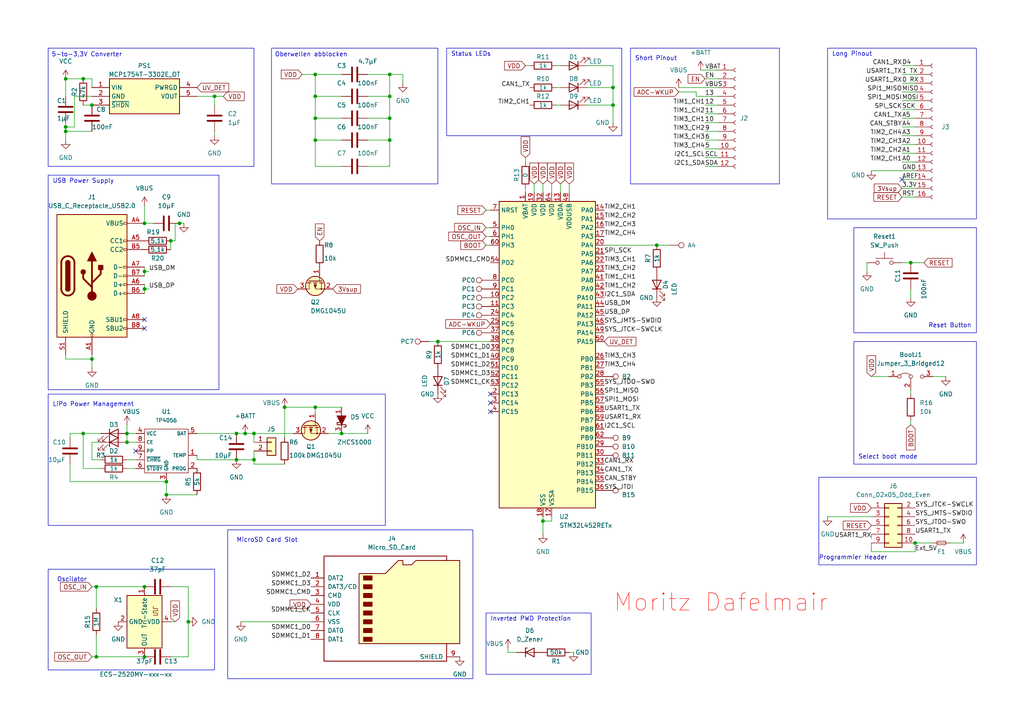
<source format=kicad_sch>
(kicad_sch (version 20231120) (generator "eeschema") (generator_version "8.0")
  (paper "A4")
  (title_block (title "STM32L452 Feather Board + SD Card w/o BAT") (date "2023-12-17") (rev "v.1.2") (company "Sailing Team Darmstadt e.V."))
  (junction (at 48.26 139.7))
  (junction (at 26.67 104.14))
  (junction (at 41.91 83.82))
  (junction (at 113.03 40.64))
  (junction (at 36.83 125.73))
  (junction (at 54.61 180.34))
  (junction (at 26.67 30.48))
  (junction (at 113.03 34.29))
  (junction (at 27.94 190.5))
  (junction (at 41.91 190.5))
  (junction (at 73.66 133.35))
  (junction (at 71.12 125.73))
  (junction (at 190.5 71.12))
  (junction (at 264.16 76.2))
  (junction (at 24.13 22.86))
  (junction (at 91.44 34.29))
  (junction (at 265.43 157.48))
  (junction (at 27.94 170.18))
  (junction (at 68.58 133.35))
  (junction (at 41.91 64.77))
  (junction (at 157.48 151.13))
  (junction (at 19.05 22.86))
  (junction (at 99.06 125.73))
  (junction (at 49.53 69.85))
  (junction (at 19.05 38.1))
  (junction (at 62.23 27.94))
  (junction (at 73.66 125.73))
  (junction (at 91.44 21.59))
  (junction (at 177.8 25.4))
  (junction (at 24.13 125.73))
  (junction (at 48.26 143.51))
  (junction (at 113.03 21.59))
  (junction (at 19.05 36.83))
  (junction (at 68.58 125.73))
  (junction (at 113.03 27.94))
  (junction (at 82.55 118.11))
  (junction (at 41.91 78.74))
  (junction (at 91.44 40.64))
  (junction (at 91.44 118.11))
  (junction (at 36.83 128.27))
  (junction (at 52.07 64.77))
  (junction (at 41.91 170.18))
  (junction (at 177.8 30.48))
  (junction (at 127 99.06))
  (junction (at 91.44 27.94))
  (no_connect (at 142.24 116.84))
  (no_connect (at 142.24 119.38))
  (no_connect (at 142.24 114.3))
  (no_connect (at 39.37 130.81))
  (no_connect (at 41.91 95.25))
  (no_connect (at 41.91 92.71))
  (no_connect (at 261.62 52.07))
  (wire (pts (xy 54.61 170.18) (xy 49.53 170.18)))
  (wire (pts (xy 124.46 99.06) (xy 127 99.06)))
  (wire (pts (xy 73.66 125.73) (xy 85.09 125.73)))
  (wire (pts (xy 113.03 27.94) (xy 113.03 34.29)))
  (wire (pts (xy 140.97 60.96) (xy 142.24 60.96)))
  (wire (pts (xy 26.67 102.87) (xy 26.67 104.14)))
  (wire (pts (xy 204.47 43.18) (xy 208.28 43.18)))
  (wire (pts (xy 170.18 30.48) (xy 177.8 30.48)))
  (wire (pts (xy 91.44 27.94) (xy 91.44 34.29)))
  (wire (pts (xy 261.62 44.45) (xy 265.43 44.45)))
  (wire (pts (xy 177.8 19.05) (xy 177.8 25.4)))
  (wire (pts (xy 52.07 64.77) (xy 53.34 64.77)))
  (wire (pts (xy 91.44 40.64) (xy 99.06 40.64)))
  (wire (pts (xy 57.15 133.35) (xy 57.15 132.08)))
  (wire (pts (xy 261.62 57.15) (xy 265.43 57.15)))
  (wire (pts (xy 261.62 24.13) (xy 265.43 24.13)))
  (wire (pts (xy 140.97 68.58) (xy 142.24 68.58)))
  (wire (pts (xy 82.55 134.62) (xy 73.66 134.62)))
  (wire (pts (xy 261.62 52.07) (xy 265.43 52.07)))
  (wire (pts (xy 204.47 48.26) (xy 208.28 48.26)))
  (wire (pts (xy 19.05 104.14) (xy 26.67 104.14)))
  (wire (pts (xy 161.29 30.48) (xy 162.56 30.48)))
  (wire (pts (xy 252.73 109.22) (xy 257.81 109.22)))
  (wire (pts (xy 261.62 31.75) (xy 265.43 31.75)))
  (wire (pts (xy 57.15 27.94) (xy 62.23 27.94)))
  (wire (pts (xy 175.26 71.12) (xy 190.5 71.12)))
  (wire (pts (xy 204.47 35.56) (xy 208.28 35.56)))
  (wire (pts (xy 91.44 21.59) (xy 99.06 21.59)))
  (wire (pts (xy 252.73 160.02) (xy 265.43 160.02)))
  (wire (pts (xy 57.15 125.73) (xy 68.58 125.73)))
  (wire (pts (xy 190.5 71.12) (xy 194.31 71.12)))
  (wire (pts (xy 27.94 190.5) (xy 41.91 190.5)))
  (wire (pts (xy 19.05 22.86) (xy 24.13 22.86)))
  (wire (pts (xy 160.02 53.34) (xy 160.02 55.88)))
  (wire (pts (xy 91.44 48.26) (xy 99.06 48.26)))
  (wire (pts (xy 49.53 190.5) (xy 54.61 190.5)))
  (wire (pts (xy 73.66 125.73) (xy 71.12 125.73)))
  (wire (pts (xy 20.32 139.7) (xy 48.26 139.7)))
  (wire (pts (xy 106.68 34.29) (xy 113.03 34.29)))
  (wire (pts (xy 264.16 76.2) (xy 267.97 76.2)))
  (wire (pts (xy 91.44 118.11) (xy 99.06 118.11)))
  (wire (pts (xy 149.86 189.23) (xy 147.32 189.23)))
  (wire (pts (xy 152.4 19.05) (xy 153.67 19.05)))
  (wire (pts (xy 73.66 134.62) (xy 73.66 133.35)))
  (wire (pts (xy 91.44 21.59) (xy 91.44 27.94)))
  (wire (pts (xy 26.67 190.5) (xy 27.94 190.5)))
  (wire (pts (xy 204.47 30.48) (xy 208.28 30.48)))
  (wire (pts (xy 26.67 133.35) (xy 29.21 133.35)))
  (wire (pts (xy 19.05 22.86) (xy 19.05 27.94)))
  (wire (pts (xy 71.12 125.73) (xy 68.58 125.73)))
  (wire (pts (xy 204.47 45.72) (xy 208.28 45.72)))
  (wire (pts (xy 157.48 149.86) (xy 157.48 151.13)))
  (wire (pts (xy 87.63 21.59) (xy 91.44 21.59)))
  (wire (pts (xy 161.29 19.05) (xy 162.56 19.05)))
  (wire (pts (xy 91.44 40.64) (xy 91.44 48.26)))
  (wire (pts (xy 41.91 59.69) (xy 41.91 64.77)))
  (wire (pts (xy 275.59 157.48) (xy 279.4 157.48)))
  (wire (pts (xy 157.48 53.34) (xy 157.48 55.88)))
  (wire (pts (xy 201.93 26.67) (xy 201.93 27.94)))
  (wire (pts (xy 264.16 113.03) (xy 264.16 114.3)))
  (wire (pts (xy 24.13 22.86) (xy 26.67 22.86)))
  (wire (pts (xy 49.53 180.34) (xy 50.8 180.34)))
  (wire (pts (xy 48.26 143.51) (xy 57.15 143.51)))
  (wire (pts (xy 91.44 27.94) (xy 99.06 27.94)))
  (wire (pts (xy 19.05 38.1) (xy 19.05 40.64)))
  (wire (pts (xy 165.1 53.34) (xy 165.1 55.88)))
  (wire (pts (xy 261.62 21.59) (xy 265.43 21.59)))
  (wire (pts (xy 113.03 27.94) (xy 106.68 27.94)))
  (wire (pts (xy 147.32 189.23) (xy 147.32 187.96)))
  (wire (pts (xy 36.83 135.89) (xy 39.37 135.89)))
  (wire (pts (xy 73.66 130.81) (xy 73.66 133.35)))
  (wire (pts (xy 41.91 78.74) (xy 41.91 77.47)))
  (wire (pts (xy 154.94 53.34) (xy 154.94 55.88)))
  (wire (pts (xy 99.06 125.73) (xy 106.68 125.73)))
  (wire (pts (xy 27.94 184.15) (xy 27.94 190.5)))
  (wire (pts (xy 41.91 83.82) (xy 41.91 85.09)))
  (wire (pts (xy 41.91 64.77) (xy 44.45 64.77)))
  (wire (pts (xy 196.85 25.4) (xy 208.28 25.4)))
  (wire (pts (xy 26.67 128.27) (xy 29.21 128.27)))
  (wire (pts (xy 62.23 27.94) (xy 64.77 27.94)))
  (wire (pts (xy 127 99.06) (xy 142.24 99.06)))
  (wire (pts (xy 24.13 125.73) (xy 20.32 125.73)))
  (wire (pts (xy 204.47 38.1) (xy 208.28 38.1)))
  (wire (pts (xy 54.61 180.34) (xy 54.61 170.18)))
  (wire (pts (xy 69.85 180.34) (xy 90.17 180.34)))
  (wire (pts (xy 24.13 125.73) (xy 24.13 135.89)))
  (wire (pts (xy 140.97 71.12) (xy 142.24 71.12)))
  (wire (pts (xy 113.03 21.59) (xy 116.84 21.59)))
  (wire (pts (xy 91.44 34.29) (xy 99.06 34.29)))
  (wire (pts (xy 20.32 125.73) (xy 20.32 127)))
  (wire (pts (xy 240.03 149.86) (xy 252.73 149.86)))
  (wire (pts (xy 91.44 118.11) (xy 91.44 119.38)))
  (wire (pts (xy 140.97 66.04) (xy 142.24 66.04)))
  (wire (pts (xy 252.73 156.21) (xy 252.73 154.94)))
  (wire (pts (xy 91.44 34.29) (xy 91.44 40.64)))
  (wire (pts (xy 26.67 27.94) (xy 21.59 27.94)))
  (wire (pts (xy 57.15 133.35) (xy 68.58 133.35)))
  (wire (pts (xy 261.62 26.67) (xy 265.43 26.67)))
  (wire (pts (xy 261.62 46.99) (xy 265.43 46.99)))
  (wire (pts (xy 49.53 69.85) (xy 50.8 69.85)))
  (wire (pts (xy 24.13 30.48) (xy 26.67 30.48)))
  (wire (pts (xy 27.94 170.18) (xy 41.91 170.18)))
  (wire (pts (xy 41.91 83.82) (xy 41.91 82.55)))
  (wire (pts (xy 82.55 127) (xy 82.55 118.11)))
  (wire (pts (xy 152.4 54.61) (xy 152.4 55.88)))
  (wire (pts (xy 165.1 189.23) (xy 166.37 189.23)))
  (wire (pts (xy 27.94 170.18) (xy 27.94 176.53)))
  (wire (pts (xy 41.91 78.74) (xy 41.91 80.01)))
  (wire (pts (xy 270.51 109.22) (xy 274.32 109.22)))
  (wire (pts (xy 177.8 30.48) (xy 177.8 35.56)))
  (wire (pts (xy 113.03 34.29) (xy 113.03 40.64)))
  (wire (pts (xy 261.62 41.91) (xy 265.43 41.91)))
  (wire (pts (xy 48.26 143.51) (xy 48.26 139.7)))
  (wire (pts (xy 160.02 151.13) (xy 157.48 151.13)))
  (wire (pts (xy 20.32 134.62) (xy 20.32 139.7)))
  (wire (pts (xy 261.62 76.2) (xy 264.16 76.2)))
  (wire (pts (xy 50.8 64.77) (xy 52.07 64.77)))
  (wire (pts (xy 261.62 36.83) (xy 265.43 36.83)))
  (wire (pts (xy 41.91 78.74) (xy 43.18 78.74)))
  (wire (pts (xy 62.23 38.1) (xy 62.23 39.37)))
  (wire (pts (xy 204.47 22.86) (xy 208.28 22.86)))
  (wire (pts (xy 36.83 128.27) (xy 39.37 128.27)))
  (wire (pts (xy 252.73 49.53) (xy 265.43 49.53)))
  (wire (pts (xy 106.68 40.64) (xy 113.03 40.64)))
  (wire (pts (xy 19.05 35.56) (xy 19.05 36.83)))
  (wire (pts (xy 170.18 25.4) (xy 177.8 25.4)))
  (wire (pts (xy 26.67 22.86) (xy 26.67 25.4)))
  (wire (pts (xy 161.29 25.4) (xy 162.56 25.4)))
  (wire (pts (xy 36.83 123.19) (xy 36.83 125.73)))
  (wire (pts (xy 265.43 157.48) (xy 265.43 160.02)))
  (wire (pts (xy 41.91 83.82) (xy 43.18 83.82)))
  (wire (pts (xy 265.43 54.61) (xy 261.62 54.61)))
  (wire (pts (xy 73.66 128.27) (xy 73.66 125.73)))
  (wire (pts (xy 24.13 135.89) (xy 29.21 135.89)))
  (wire (pts (xy 99.06 125.73) (xy 95.25 125.73)))
  (wire (pts (xy 54.61 180.34) (xy 54.61 190.5)))
  (wire (pts (xy 21.59 36.83) (xy 19.05 36.83)))
  (wire (pts (xy 252.73 157.48) (xy 252.73 160.02)))
  (wire (pts (xy 170.18 19.05) (xy 177.8 19.05)))
  (wire (pts (xy 19.05 36.83) (xy 19.05 38.1)))
  (wire (pts (xy 251.46 76.2) (xy 251.46 78.74)))
  (wire (pts (xy 26.67 104.14) (xy 26.67 106.68)))
  (wire (pts (xy 113.03 40.64) (xy 113.03 48.26)))
  (wire (pts (xy 261.62 39.37) (xy 265.43 39.37)))
  (wire (pts (xy 261.62 34.29) (xy 265.43 34.29)))
  (wire (pts (xy 113.03 21.59) (xy 113.03 27.94)))
  (wire (pts (xy 160.02 149.86) (xy 160.02 151.13)))
  (wire (pts (xy 36.83 133.35) (xy 39.37 133.35)))
  (wire (pts (xy 26.67 128.27) (xy 26.67 133.35)))
  (wire (pts (xy 26.67 170.18) (xy 27.94 170.18)))
  (wire (pts (xy 152.4 45.72) (xy 152.4 46.99)))
  (wire (pts (xy 19.05 38.1) (xy 26.67 38.1)))
  (wire (pts (xy 201.93 27.94) (xy 208.28 27.94)))
  (wire (pts (xy 265.43 157.48) (xy 270.51 157.48)))
  (wire (pts (xy 196.85 26.67) (xy 201.93 26.67)))
  (wire (pts (xy 264.16 83.82) (xy 264.16 86.36)))
  (wire (pts (xy 21.59 27.94) (xy 21.59 36.83)))
  (wire (pts (xy 264.16 121.92) (xy 264.16 123.19)))
  (wire (pts (xy 106.68 48.26) (xy 113.03 48.26)))
  (wire (pts (xy 49.53 69.85) (xy 49.53 72.39)))
  (wire (pts (xy 203.2 20.32) (xy 208.28 20.32)))
  (wire (pts (xy 62.23 27.94) (xy 62.23 30.48)))
  (wire (pts (xy 73.66 133.35) (xy 68.58 133.35)))
  (wire (pts (xy 177.8 25.4) (xy 177.8 30.48)))
  (wire (pts (xy 36.83 125.73) (xy 36.83 128.27)))
  (wire (pts (xy 106.68 21.59) (xy 113.03 21.59)))
  (wire (pts (xy 82.55 118.11) (xy 91.44 118.11)))
  (wire (pts (xy 39.37 125.73) (xy 36.83 125.73)))
  (wire (pts (xy 261.62 19.05) (xy 265.43 19.05)))
  (wire (pts (xy 50.8 69.85) (xy 50.8 64.77)))
  (wire (pts (xy 204.47 33.02) (xy 208.28 33.02)))
  (wire (pts (xy 29.21 125.73) (xy 24.13 125.73)))
  (wire (pts (xy 261.62 29.21) (xy 265.43 29.21)))
  (wire (pts (xy 19.05 102.87) (xy 19.05 104.14)))
  (wire (pts (xy 116.84 21.59) (xy 116.84 24.13)))
  (wire (pts (xy 157.48 151.13) (xy 157.48 154.94)))
  (wire (pts (xy 162.56 53.34) (xy 162.56 55.88)))
  (wire (pts (xy 204.47 40.64) (xy 208.28 40.64)))
  (rectangle (start 247.65 66.04) (end 283.21 96.52))
  (rectangle (start 13.97 50.8) (end 63.5 113.03))
  (rectangle (start 13.97 114.3) (end 111.76 152.4))
  (rectangle (start 140.97 177.8) (end 171.45 195.58))
  (rectangle (start 66.04 153.67) (end 137.16 196.85))
  (rectangle (start 13.97 165.1) (end 62.23 194.31))
  (rectangle (start 247.65 99.06) (end 283.21 134.62))
  (rectangle (start 182.88 13.97) (end 226.06 53.34))
  (rectangle (start 129.54 13.97) (end 180.34 39.37))
  (rectangle (start 237.49 138.43) (end 283.21 163.83))
  (rectangle (start 240.03 13.97) (end 283.21 63.5))
  (text_box "5-to-3,3V Converter\n" (at 13.97 13.97 0) (size 59.69 34.29) (effects (font (size 1.27 1.27)) (justify left top)))
  (text_box "Oberwellen abblocken\n" (at 78.74 13.97 0) (size 48.26 39.37) (effects (font (size 1.27 1.27)) (justify left top)))
  (text "Long Pinout" (at 241.3 16.51 0) (effects (font (size 1.27 1.27)) (justify left bottom)))
  (text "MicroSD Card Slot" (at 68.58 157.48 0) (effects (font (size 1.27 1.27)) (justify left bottom)))
  (text "Reset Button" (at 269.24 95.25 0) (effects (font (size 1.27 1.27)) (justify left bottom)))
  (text "USB Power Supply" (at 15.24 53.34 0) (effects (font (size 1.27 1.27)) (justify left bottom)))
  (text "Inverted PWD Protection" (at 142.24 180.34 0) (effects (font (size 1.27 1.27)) (justify left bottom)))
  (text "Status LEDs" (at 130.81 16.51 0) (effects (font (size 1.27 1.27)) (justify left bottom)))
  (text "Moritz Dafelmair" (at 177.8 177.8 0) (effects (font (size 5 5)) (justify left bottom)))
  (text "Short Pinout" (at 184.15 17.78 0) (effects (font (size 1.27 1.27)) (justify left bottom)))
  (text "Programmier Header" (at 237.49 162.56 0) (effects (font (size 1.27 1.27)) (justify left bottom)))
  (text "LiPo Power Management" (at 15.24 118.11 0) (effects (font (size 1.27 1.27)) (justify left bottom)))
  (text "Oscilator" (at 16.51 168.91 0) (effects (font (size 1.27 1.27)) (justify left bottom)))
  (text "Select boot mode" (at 248.92 133.35 0) (effects (font (size 1.27 1.27)) (justify left bottom)))
  (label "A5" (at 261.62 34.29 0))
  (label "TIM2_CH3" (at 175.26 66.04 0))
  (label "11" (at 204.47 33.02 0))
  (label "SYS_JTCK-SWCLK" (at 175.26 96.52 0))
  (label "TIM3_CH4" (at 175.26 106.68 0))
  (label "I2C1_SCL" (at 175.26 124.46 0))
  (label "SDMMC1_CMD" (at 142.24 76.2 180))
  (label "TIM2_CH2" (at 175.26 63.5 0))
  (label "CAN1_RX" (at 175.26 134.62 0))
  (label "SPI_SCK" (at 175.26 73.66 0))
  (label "SYS_JMTS-SWDIO" (at 175.26 93.98 0))
  (label "1 TX" (at 261.62 21.59 0))
  (label "TIM3_CH3" (at 175.26 104.14 0))
  (label "USB_DM" (at 175.26 88.9 0))
  (label "USART1_TX" (at 175.26 119.38 0))
  (label "USART1_RX" (at 252.73 156.21 180))
  (label "TIM1_CH2" (at 175.26 83.82 0))
  (label "SDMMC1_CK" (at 142.24 111.76 180))
  (label "TIM2_CH1" (at 261.62 46.99 180))
  (label "SCL" (at 204.47 45.72 0))
  (label "SYS_JTDI" (at 175.26 142.24 0))
  (label "TIM1_CH2" (at 204.47 33.02 180))
  (label "SPI_SCK" (at 261.62 31.75 180))
  (label "SDMMC1_D1" (at 142.24 104.14 180))
  (label "MOSI" (at 261.62 29.21 0))
  (label "SDMMC1_D2" (at 90.17 167.64 180))
  (label "TIM3_CH4" (at 204.47 43.18 180))
  (label "USB_DM" (at 43.18 78.74 0))
  (label "SDMMC1_D1" (at 90.17 185.42 180))
  (label "CAN1_RX" (at 261.62 19.05 180))
  (label "USB_DP" (at 175.26 91.44 0))
  (label "SPI1_MOSI" (at 175.26 116.84 0))
  (label "10" (at 204.47 35.56 0))
  (label "I2C1_SDA" (at 204.47 48.26 180))
  (label "CAN1_TX" (at 261.62 34.29 180))
  (label "12" (at 204.47 30.48 0))
  (label "TIM3_CH2" (at 204.47 38.1 180))
  (label "TIM2_CH2" (at 261.62 44.45 180))
  (label "5" (at 204.47 43.18 0))
  (label "0 RX" (at 261.62 24.13 0))
  (label "A4" (at 261.62 36.83 0))
  (label "I2C1_SCL" (at 204.47 45.72 180))
  (label "SDMMC1_CK" (at 90.17 177.8 180))
  (label "A0" (at 261.62 46.99 0))
  (label "CAN_STBY" (at 261.62 36.83 180))
  (label "USART1_RX" (at 261.62 24.13 180))
  (label "6" (at 204.47 40.64 0))
  (label "SDA" (at 204.47 48.26 0))
  (label "USART1_RX" (at 175.26 121.92 0))
  (label "VBAT" (at 204.47 20.32 0))
  (label "USART1_TX" (at 261.62 21.59 180))
  (label "CAN_STBY" (at 175.26 139.7 0))
  (label "TIM2_CH4" (at 261.62 39.37 180))
  (label "MISO" (at 261.62 26.67 0))
  (label "TIM1_CH1" (at 204.47 30.48 180))
  (label "SYS_JTDO-SWO" (at 175.26 111.76 0))
  (label "SCK" (at 261.62 31.75 0))
  (label "EN" (at 204.47 22.86 0))
  (label "TIM3_CH1" (at 204.47 35.56 180))
  (label "9" (at 204.47 38.1 0))
  (label "I2C1_SDA" (at 175.26 86.36 0))
  (label "SDMMC1_D0" (at 90.17 182.88 180))
  (label "CAN1_TX" (at 175.26 137.16 0))
  (label "CAN1_TX" (at 153.67 25.4 180))
  (label "SDMMC1_D0" (at 142.24 101.6 180))
  (label "SPI1_MISO" (at 175.26 114.3 0))
  (label "SDMMC1_D3" (at 142.24 109.22 180))
  (label "TIM3_CH2" (at 175.26 78.74 0))
  (label "VBUS" (at 204.47 25.4 0))
  (label "TIM1_CH1" (at 175.26 81.28 0))
  (label "TIM3_CH1" (at 175.26 76.2 0))
  (label "TIM2_CH3" (at 261.62 41.91 180))
  (label "3.3V" (at 261.62 54.61 0))
  (label "SYS_JTCK-SWCLK" (at 265.43 147.32 0))
  (label "A2" (at 261.62 41.91 0))
  (label "AREF" (at 261.62 52.07 0))
  (label "RST" (at 261.62 57.15 0))
  (label "TIM2_CH1" (at 153.67 30.48 180))
  (label "TIM2_CH4" (at 175.26 68.58 0))
  (label "SDMMC1_D2" (at 142.24 106.68 180))
  (label "SPI1_MOSI" (at 261.62 29.21 180))
  (label "USART1_TX" (at 265.43 154.94 0))
  (label "SPI1_MISO" (at 261.62 26.67 180))
  (label "SYS_JTDO-SWO" (at 265.43 152.4 0))
  (label "TIM3_CH3" (at 204.47 40.64 180))
  (label "13" (at 204.47 27.94 0))
  (label "USB_DP" (at 43.18 83.82 0))
  (label "A3" (at 261.62 39.37 0))
  (label "D4" (at 261.62 19.05 0))
  (label "SDMMC1_CMD" (at 90.17 172.72 180))
  (label "GND" (at 261.62 49.53 0))
  (label "TIM2_CH1" (at 175.26 60.96 0))
  (label "Ext_5V" (at 265.43 160.02 0))
  (label "SYS_JMTS-SWDIO" (at 265.43 149.86 0))
  (label "A1" (at 261.62 44.45 0))
  (label "SDMMC1_D3" (at 90.17 170.18 180))
  (global_label "VDD" (shape input) (at 165.1 53.34 90) (property "Intersheetrefs" "${INTERSHEET_REFS}" (effects (hide yes))))
  (global_label "OSC_OUT" (shape input) (at 140.97 68.58 180) (property "Intersheetrefs" "${INTERSHEET_REFS}" (effects (hide yes))))
  (global_label "VDD" (shape input) (at 50.8 180.34 90) (property "Intersheetrefs" "${INTERSHEET_REFS}" (effects (hide yes))))
  (global_label "UV_DET" (shape input) (at 57.15 25.4 0) (property "Intersheetrefs" "${INTERSHEET_REFS}" (effects (hide yes))))
  (global_label "VDD" (shape input) (at 252.73 109.22 90) (property "Intersheetrefs" "${INTERSHEET_REFS}" (effects (hide yes))))
  (global_label "UV_DET" (shape input) (at 175.26 99.06 0) (property "Intersheetrefs" "${INTERSHEET_REFS}" (effects (hide yes))))
  (global_label "OSC_IN" (shape input) (at 140.97 66.04 180) (property "Intersheetrefs" "${INTERSHEET_REFS}" (effects (hide yes))))
  (global_label "EN" (shape input) (at 204.47 22.86 180) (property "Intersheetrefs" "${INTERSHEET_REFS}" (effects (hide yes))))
  (global_label "EN" (shape input) (at 92.71 69.85 90) (property "Intersheetrefs" "${INTERSHEET_REFS}" (effects (hide yes))))
  (global_label "RESET" (shape input) (at 252.73 152.4 180) (property "Intersheetrefs" "${INTERSHEET_REFS}" (effects (hide yes))))
  (global_label "RESET" (shape input) (at 267.97 76.2 0) (property "Intersheetrefs" "${INTERSHEET_REFS}" (effects (hide yes))))
  (global_label "VDD" (shape input) (at 162.56 53.34 90) (property "Intersheetrefs" "${INTERSHEET_REFS}" (effects (hide yes))))
  (global_label "VDD" (shape input) (at 154.94 53.34 90) (property "Intersheetrefs" "${INTERSHEET_REFS}" (effects (hide yes))))
  (global_label "3Vsup" (shape input) (at 261.62 54.61 180) (property "Intersheetrefs" "${INTERSHEET_REFS}" (effects (hide yes))))
  (global_label "RESET" (shape input) (at 140.97 60.96 180) (property "Intersheetrefs" "${INTERSHEET_REFS}" (effects (hide yes))))
  (global_label "VDD" (shape input) (at 157.48 53.34 90) (property "Intersheetrefs" "${INTERSHEET_REFS}" (effects (hide yes))))
  (global_label "ADC-WKUP" (shape input) (at 142.24 93.98 180) (property "Intersheetrefs" "${INTERSHEET_REFS}" (effects (hide yes))))
  (global_label "BOOT" (shape input) (at 264.16 123.19 270) (property "Intersheetrefs" "${INTERSHEET_REFS}" (effects (hide yes))))
  (global_label "VDD" (shape input) (at 152.4 45.72 90) (property "Intersheetrefs" "${INTERSHEET_REFS}" (effects (hide yes))))
  (global_label "VDD" (shape input) (at 252.73 147.32 180) (property "Intersheetrefs" "${INTERSHEET_REFS}" (effects (hide yes))))
  (global_label "VDD" (shape input) (at 87.63 21.59 180) (property "Intersheetrefs" "${INTERSHEET_REFS}" (effects (hide yes))))
  (global_label "OSC_IN" (shape input) (at 26.67 170.18 180) (property "Intersheetrefs" "${INTERSHEET_REFS}" (effects (hide yes))))
  (global_label "BOOT" (shape input) (at 140.97 71.12 180) (property "Intersheetrefs" "${INTERSHEET_REFS}" (effects (hide yes))))
  (global_label "VDD" (shape input) (at 64.77 27.94 0) (property "Intersheetrefs" "${INTERSHEET_REFS}" (effects (hide yes))))
  (global_label "VDD" (shape input) (at 160.02 53.34 90) (property "Intersheetrefs" "${INTERSHEET_REFS}" (effects (hide yes))))
  (global_label "VDD" (shape input) (at 86.36 83.82 180) (property "Intersheetrefs" "${INTERSHEET_REFS}" (effects (hide yes))))
  (global_label "OSC_OUT" (shape input) (at 26.67 190.5 180) (property "Intersheetrefs" "${INTERSHEET_REFS}" (effects (hide yes))))
  (global_label "ADC-WKUP" (shape input) (at 196.85 26.67 180) (property "Intersheetrefs" "${INTERSHEET_REFS}" (effects (hide yes))))
  (global_label "VDD" (shape input) (at 152.4 19.05 180) (property "Intersheetrefs" "${INTERSHEET_REFS}" (effects (hide yes))))
  (global_label "VDD" (shape input) (at 90.17 175.26 180) (property "Intersheetrefs" "${INTERSHEET_REFS}" (effects (hide yes))))
  (global_label "RESET" (shape input) (at 261.62 57.15 180) (property "Intersheetrefs" "${INTERSHEET_REFS}" (effects (hide yes))))
  (global_label "3Vsup" (shape input) (at 96.52 83.82 0) (property "Intersheetrefs" "${INTERSHEET_REFS}" (effects (hide yes))))
  (symbol (lib_id "Connector:TestPoint") (at 175.26 142.24 270) (unit 1)
    (property "Reference" "B15" (at 180.34 143.51 90) (effects (justify left)))
    (property "Value" "TestPoint" (effects (hide yes)))
    (property "Footprint" "TestPoint:TestPoint_Pad_D1.0mm" (effects (hide yes)))
  )
  (symbol (lib_id "Connector:TestPoint") (at 142.24 91.44 90) (unit 1)
    (property "Reference" "PC4" (at 135.89 91.44 90))
    (property "Value" "TestPoint" (effects (hide yes)))
    (property "Footprint" "TestPoint:TestPoint_Pad_D1.0mm" (effects (hide yes)))
  )
  (symbol (lib_id "Device:LED") (at 190.5 82.55 90) (unit 1)
    (property "Reference" "D4" (at 193.04 82.55 0))
    (property "Value" "LED" (at 195.58 83.82 0))
    (property "Footprint" "LED_SMD:LED_0603_1608Metric_Pad1.05x0.95mm_HandSolder" (effects (hide yes)))
  )
  (symbol (lib_id "Device:C") (at 102.87 40.64 90) (unit 1)
    (property "Reference" "C6" (at 99.06 36.83 90))
    (property "Value" "100nF" (at 106.68 36.83 90))
    (property "Footprint" "Capacitor_SMD:C_0603_1608Metric_Pad1.08x0.95mm_HandSolder" (effects (hide yes)))
  )
  (symbol (lib_id "tp4056:TP4056") (at 41.91 137.16 0) (unit 1)
    (property "Reference" "U1" (at 48.26 119.38 0))
    (property "Value" "TP4056" (at 48.26 121.92 0) (effects (font (size 1.1 1.1))))
    (property "Footprint" "Package_SO:SOIC-8-1EP_3.9x4.9mm_P1.27mm_EP2.29x3mm" (effects (hide yes)))
  )
  (symbol (lib_id "Connector:Micro_SD_Card") (at 113.03 175.26 0) (unit 1)
    (property "Reference" "J4" (at 113.665 156.21 0))
    (property "Value" "Micro_SD_Card" (at 113.665 158.75 0))
    (property "Footprint" "Connector_Card:microSD_HC_Hirose_DM3D-SF" (effects (hide yes)))
    (property "Datasheet" "http://katalog.we-online.de/em/datasheet/693072010801.pdf" (effects (hide yes)))
  )
  (symbol (lib_id "power:GND") (at 177.8 35.56 0) (unit 1)
    (property "Reference" "#PWR023" (effects (hide yes)))
    (property "Value" "GND" (at 172.72 35.56 0) (effects (justify left)))
  )
  (symbol (lib_id "Device:R") (at 57.15 139.7 180) (unit 1)
    (property "Reference" "R5" (at 54.61 139.7 90))
    (property "Value" "5k" (at 57.15 139.7 90))
    (property "Footprint" "Resistor_SMD:R_0603_1608Metric_Pad0.98x0.95mm_HandSolder" (effects (hide yes)))
  )
  (symbol (lib_id "Device:LED") (at 166.37 19.05 180) (unit 1)
    (property "Reference" "D1" (at 166.37 16.51 0))
    (property "Value" "LED" (at 172.72 17.78 0))
    (property "Footprint" "LED_SMD:LED_0603_1608Metric_Pad1.05x0.95mm_HandSolder" (effects (hide yes)))
  )
  (symbol (lib_id "Connector:TestPoint") (at 142.24 83.82 90) (unit 1)
    (property "Reference" "PC1" (at 135.89 83.82 90))
    (property "Value" "TestPoint" (effects (hide yes)))
    (property "Footprint" "TestPoint:TestPoint_Pad_D1.0mm" (effects (hide yes)))
  )
  (symbol (lib_id "Connector:TestPoint") (at 142.24 81.28 90) (unit 1)
    (property "Reference" "PC0" (at 135.89 81.28 90))
    (property "Value" "TestPoint" (effects (hide yes)))
    (property "Footprint" "TestPoint:TestPoint_Pad_D1.0mm" (effects (hide yes)))
  )
  (symbol (lib_id "Device:R") (at 157.48 25.4 90) (unit 1)
    (property "Reference" "R10" (at 157.48 22.86 90))
    (property "Value" "1k" (at 157.48 25.4 90))
    (property "Footprint" "Resistor_SMD:R_0603_1608Metric_Pad0.98x0.95mm_HandSolder" (effects (hide yes)))
  )
  (symbol (lib_id "Connector:TestPoint") (at 175.26 129.54 270) (unit 1)
    (property "Reference" "B10" (at 180.34 129.54 90) (effects (justify left)))
    (property "Value" "TestPoint" (effects (hide yes)))
    (property "Footprint" "TestPoint:TestPoint_Pad_D1.0mm" (effects (hide yes)))
  )
  (symbol (lib_id "Device:R") (at 33.02 135.89 90) (unit 1)
    (property "Reference" "R4" (at 33.02 138.43 90))
    (property "Value" "1k" (at 33.02 135.89 90))
    (property "Footprint" "Resistor_SMD:R_0603_1608Metric_Pad0.98x0.95mm_HandSolder" (effects (hide yes)))
  )
  (symbol (lib_id "Connector:TestPoint") (at 175.26 132.08 270) (unit 1)
    (property "Reference" "B11" (at 180.34 132.08 90) (effects (justify left)))
    (property "Value" "TestPoint" (effects (hide yes)))
    (property "Footprint" "TestPoint:TestPoint_Pad_D1.0mm" (effects (hide yes)))
  )
  (symbol (lib_id "power:GND") (at 127 114.3 0) (unit 1)
    (property "Reference" "#PWR031" (effects (hide yes)))
    (property "Value" "GND" (at 121.92 114.3 0) (effects (justify left)))
  )
  (symbol (lib_id "power:+BATT") (at 203.2 20.32 0) (unit 1)
    (property "Reference" "#PWR014" (effects (hide yes)))
    (property "Value" "+BATT" (at 203.2 15.24 0))
  )
  (symbol (lib_id "power:GND") (at 264.16 86.36 0) (unit 1)
    (property "Reference" "#PWR021" (effects (hide yes)))
    (property "Value" "GND" (at 264.16 91.44 0))
  )
  (symbol (lib_id "Device:C") (at 102.87 21.59 90) (unit 1)
    (property "Reference" "C3" (at 99.06 19.05 90))
    (property "Value" "4.7µF" (at 106.68 17.78 90))
    (property "Footprint" "Capacitor_SMD:C_0603_1608Metric_Pad1.08x0.95mm_HandSolder" (effects (hide yes)))
  )
  (symbol (lib_id "Device:R") (at 157.48 30.48 90) (unit 1)
    (property "Reference" "R12" (at 157.48 27.94 90))
    (property "Value" "1k" (at 157.48 30.48 90))
    (property "Footprint" "Resistor_SMD:R_0603_1608Metric_Pad0.98x0.95mm_HandSolder" (effects (hide yes)))
  )
  (symbol (lib_id "Device:LED") (at 127 110.49 90) (unit 1)
    (property "Reference" "D7" (at 129.54 110.49 0))
    (property "Value" "LED" (at 123.19 110.49 0))
    (property "Footprint" "LED_SMD:LED_0603_1608Metric_Pad1.05x0.95mm_HandSolder" (effects (hide yes)))
  )
  (symbol (lib_id "Connector:TestPoint") (at 142.24 86.36 90) (unit 1)
    (property "Reference" "PC2" (at 135.89 86.36 90))
    (property "Value" "TestPoint" (effects (hide yes)))
    (property "Footprint" "TestPoint:TestPoint_Pad_D1.0mm" (effects (hide yes)))
  )
  (symbol (lib_id "power:+BATT") (at 71.12 125.73 0) (unit 1)
    (property "Reference" "#PWR012" (effects (hide yes)))
    (property "Value" "+BATT" (at 71.12 120.65 0))
  )
  (symbol (lib_id "power:GND") (at 133.35 190.5 0) (unit 1)
    (property "Reference" "#PWR03" (effects (hide yes)))
    (property "Value" "GND" (at 133.35 195.58 0))
  )
  (symbol (lib_id "Device:R") (at 152.4 50.8 180) (unit 1)
    (property "Reference" "R13" (at 149.86 50.8 90))
    (property "Value" "0" (at 152.4 50.8 90))
    (property "Footprint" "Resistor_SMD:R_0603_1608Metric_Pad0.98x0.95mm_HandSolder" (effects (hide yes)))
  )
  (symbol (lib_id "Device:LED") (at 33.02 125.73 0) (unit 1)
    (property "Reference" "D3" (at 33.02 123.19 0))
    (property "Value" "LED" (effects (hide yes)))
    (property "Footprint" "LED_SMD:LED_0603_1608Metric_Pad1.05x0.95mm_HandSolder" (effects (hide yes)))
  )
  (symbol (lib_id "Device:LED") (at 33.02 128.27 0) (unit 1)
    (property "Reference" "D2" (at 33.02 130.81 0))
    (property "Value" "LED" (effects (hide yes)))
    (property "Footprint" "LED_SMD:LED_0603_1608Metric_Pad1.05x0.95mm_HandSolder" (effects (hide yes)))
  )
  (symbol (lib_id "Device:R") (at 161.29 189.23 90) (unit 1)
    (property "Reference" "R1" (at 161.29 191.77 90))
    (property "Value" "50k" (at 161.29 189.23 90))
    (property "Footprint" "Resistor_SMD:R_0603_1608Metric_Pad0.98x0.95mm_HandSolder" (effects (hide yes)))
  )
  (symbol (lib_id "power:VBUS") (at 196.85 25.4 0) (unit 1)
    (property "Reference" "#PWR013" (effects (hide yes)))
    (property "Value" "VBUS" (at 196.85 20.32 0))
  )
  (symbol (lib_id "power:GND") (at 48.26 143.51 0) (unit 1)
    (property "Reference" "#PWR06" (effects (hide yes)))
    (property "Value" "GND" (at 48.26 148.59 0))
  )
  (symbol (lib_id "PCM_Transistor_MOSFET_AKL:DMG1045U") (at 91.44 81.28 270) (unit 1)
    (property "Reference" "Q2" (at 91.44 87.63 90))
    (property "Value" "DMG1045U" (at 95.25 90.17 90))
    (property "Footprint" "Package_TO_SOT_SMD:SOT-23" (effects (hide yes)))
    (property "Datasheet" "https://www.tme.eu/Document/6eb7c8b6382e4602a0dd0dd9c0026fbc/DMP1045U.pdf" (effects (hide yes)))
  )
  (symbol (lib_id "Connector_Generic:Conn_01x02") (at 78.74 128.27 0) (unit 1)
    (property "Reference" "J5" (at 77.47 124.46 0) (effects (justify left)))
    (property "Value" "Conn_01x02" (effects (hide yes)))
    (property "Footprint" "Connector_JST:JST_PH_S2B-PH-K_1x02_P2.00mm_Horizontal" (effects (hide yes)))
  )
  (symbol (lib_id "Device:LED") (at 166.37 25.4 180) (unit 1)
    (property "Reference" "D8" (at 166.37 22.86 0))
    (property "Value" "LED" (at 172.72 24.13 0))
    (property "Footprint" "LED_SMD:LED_0603_1608Metric_Pad1.05x0.95mm_HandSolder" (effects (hide yes)))
  )
  (symbol (lib_id "power:VBUS") (at 36.83 123.19 0) (unit 1)
    (property "Reference" "#PWR010" (effects (hide yes)))
    (property "Value" "VBUS" (at 38.1 119.38 0))
  )
  (symbol (lib_id "Device:LED") (at 166.37 30.48 180) (unit 1)
    (property "Reference" "D9" (at 166.37 27.94 0))
    (property "Value" "LED" (at 172.72 29.21 0))
    (property "Footprint" "LED_SMD:LED_0603_1608Metric_Pad1.05x0.95mm_HandSolder" (effects (hide yes)))
  )
  (symbol (lib_id "power:GND") (at 68.58 133.35 0) (unit 1)
    (property "Reference" "#PWR08" (effects (hide yes)))
    (property "Value" "GND" (at 68.58 138.43 0))
  )
  (symbol (lib_id "Connector_Generic:Conn_02x05_Odd_Even") (at 257.81 152.4 0) (unit 1)
    (property "Reference" "J6" (at 259.08 140.97 0))
    (property "Value" "Conn_02x05_Odd_Even" (at 259.08 143.51 0))
    (property "Footprint" "Connector_PinHeader_2.00mm:PinHeader_2x05_P2.00mm_Vertical_SMD" (effects (hide yes)))
  )
  (symbol (lib_id "power:GND") (at 190.5 86.36 0) (unit 1)
    (property "Reference" "#PWR022" (effects (hide yes)))
    (property "Value" "GND" (at 185.42 86.36 0) (effects (justify left)))
  )
  (symbol (lib_id "power:VBUS") (at 41.91 59.69 0) (unit 1)
    (property "Reference" "#PWR011" (effects (hide yes)))
    (property "Value" "VBUS" (at 41.91 54.61 0))
  )
  (symbol (lib_id "Device:C") (at 102.87 48.26 90) (unit 1)
    (property "Reference" "C7" (at 99.06 44.45 90))
    (property "Value" "100nF" (at 106.68 44.45 90))
    (property "Footprint" "Capacitor_SMD:C_0603_1608Metric_Pad1.08x0.95mm_HandSolder" (effects (hide yes)))
  )
  (symbol (lib_id "power:GND") (at 69.85 180.34 0) (unit 1)
    (property "Reference" "#PWR07" (effects (hide yes)))
    (property "Value" "GND" (at 69.85 185.42 0))
  )
  (symbol (lib_id "power:GND") (at 252.73 49.53 0) (unit 1)
    (property "Reference" "#PWR028" (effects (hide yes)))
    (property "Value" "GND" (at 248.92 50.8 0))
  )
  (symbol (lib_id "Connector:TestPoint") (at 175.26 127 270) (unit 1)
    (property "Reference" "B9" (at 180.34 127 90) (effects (justify left)))
    (property "Value" "TestPoint" (effects (hide yes)))
    (property "Footprint" "TestPoint:TestPoint_Pad_D1.0mm" (effects (hide yes)))
  )
  (symbol (lib_id "Device:C") (at 20.32 130.81 180) (unit 1)
    (property "Reference" "C10" (at 15.24 128.27 0) (effects (justify right)))
    (property "Value" "10µF" (at 13.97 133.35 0) (effects (justify right)))
    (property "Footprint" "Capacitor_SMD:C_0603_1608Metric_Pad1.08x0.95mm_HandSolder" (effects (hide yes)))
  )
  (symbol (lib_id "power:VCC") (at 106.68 125.73 0) (unit 1)
    (property "Reference" "#PWR027" (effects (hide yes)))
    (property "Value" "VCC" (at 106.68 120.65 0))
  )
  (symbol (lib_id "Connector:USB_C_Receptacle_USB2.0") (at 26.67 80.01 0) (unit 1)
    (property "Reference" "J1" (at 26.67 57.15 0))
    (property "Value" "USB_C_Receptacle_USB2.0" (at 26.67 59.69 0))
    (property "Footprint" "Connector_USB:USB_C_Receptacle_G-Switch_GT-USB-7010ASV" (effects (hide yes)))
    (property "Datasheet" "https://www.usb.org/sites/default/files/documents/usb_type-c.zip" (effects (hide yes)))
  )
  (symbol (lib_id "Device:C") (at 48.26 64.77 90) (unit 1)
    (property "Reference" "C9" (at 48.26 57.15 90))
    (property "Value" "10µF" (at 48.26 59.69 90))
    (property "Footprint" "Capacitor_SMD:C_0603_1608Metric_Pad1.08x0.95mm_HandSolder" (effects (hide yes)))
  )
  (symbol (lib_id "Device:C") (at 102.87 27.94 90) (unit 1)
    (property "Reference" "C4" (at 99.06 24.13 90))
    (property "Value" "100nF" (at 106.68 24.13 90))
    (property "Footprint" "Capacitor_SMD:C_0603_1608Metric_Pad1.08x0.95mm_HandSolder" (effects (hide yes)))
  )
  (symbol (lib_id "Connector:TestPoint") (at 124.46 99.06 90) (unit 1)
    (property "Reference" "PC7" (at 118.11 99.06 90))
    (property "Value" "TestPoint" (effects (hide yes)))
    (property "Footprint" "TestPoint:TestPoint_Pad_D1.0mm" (effects (hide yes)))
  )
  (symbol (lib_id "Device:C") (at 45.72 190.5 90) (unit 1)
    (property "Reference" "C13" (at 49.53 191.77 90))
    (property "Value" "37pF" (at 41.91 191.77 90))
    (property "Footprint" "Capacitor_SMD:C_0603_1608Metric_Pad1.08x0.95mm_HandSolder" (effects (hide yes)))
  )
  (symbol (lib_id "power:VBUS") (at 82.55 118.11 0) (unit 1)
    (property "Reference" "#PWR017" (effects (hide yes)))
    (property "Value" "VBUS" (at 78.74 116.84 0))
  )
  (symbol (lib_id "power:GND") (at 62.23 39.37 0) (unit 1)
    (property "Reference" "#PWR04" (effects (hide yes)))
    (property "Value" "GND" (at 62.23 44.45 0))
  )
  (symbol (lib_id "Device:R") (at 82.55 130.81 0) (unit 1)
    (property "Reference" "R6" (at 83.82 128.27 0) (effects (justify left)))
    (property "Value" "100k" (at 83.82 132.08 0) (effects (justify left)))
    (property "Footprint" "Resistor_SMD:R_0603_1608Metric_Pad0.98x0.95mm_HandSolder" (effects (hide yes)))
  )
  (symbol (lib_id "PCM_Transistor_MOSFET_AKL:DMG1045U") (at 90.17 123.19 270) (unit 1)
    (property "Reference" "Q1" (at 90.17 129.54 90))
    (property "Value" "DMG1045U" (at 93.98 132.08 90))
    (property "Footprint" "Package_TO_SOT_SMD:SOT-23" (effects (hide yes)))
    (property "Datasheet" "https://www.tme.eu/Document/6eb7c8b6382e4602a0dd0dd9c0026fbc/DMP1045U.pdf" (effects (hide yes)))
  )
  (symbol (lib_id "Switch:SW_Push") (at 256.54 76.2 0) (unit 1)
    (property "Reference" "Reset1" (at 256.54 68.58 0))
    (property "Value" "SW_Push" (at 256.54 71.12 0))
    (property "Footprint" "Button_Switch_SMD:SW_Push_SPST_NO_Alps_SKRK" (effects (hide yes)))
  )
  (symbol (lib_id "Device:R") (at 190.5 74.93 180) (unit 1)
    (property "Reference" "R7" (at 187.96 74.93 90))
    (property "Value" "1k" (at 190.5 74.93 90))
    (property "Footprint" "Resistor_SMD:R_0603_1608Metric_Pad0.98x0.95mm_HandSolder" (effects (hide yes)))
  )
  (symbol (lib_id "Device:R") (at 127 102.87 180) (unit 1)
    (property "Reference" "R9" (at 124.46 102.87 90))
    (property "Value" "1k" (at 127 102.87 90))
    (property "Footprint" "Resistor_SMD:R_0603_1608Metric_Pad0.98x0.95mm_HandSolder" (effects (hide yes)))
  )
  (symbol (lib_id "power:GND") (at 166.37 189.23 0) (unit 1)
    (property "Reference" "#PWR026" (effects (hide yes)))
    (property "Value" "GND" (at 168.91 189.23 0))
  )
  (symbol (lib_id "Device:Fuse_Small") (at 273.05 157.48 0) (unit 1)
    (property "Reference" "F1" (at 273.05 160.02 0))
    (property "Value" "Fuse_Small" (effects (hide yes)))
    (property "Footprint" "Fuse:Fuse_0603_1608Metric_Pad1.05x0.95mm_HandSolder" (effects (hide yes)))
  )
  (symbol (lib_id "power:GND") (at 53.34 64.77 0) (unit 1)
    (property "Reference" "#PWR016" (effects (hide yes)))
    (property "Value" "GND" (at 53.34 62.23 0))
  )
  (symbol (lib_id "Oscillator:ECS-2520MV-xxx-xx") (at 41.91 180.34 270) (unit 1)
    (property "Reference" "X1" (at 34.29 173.99 90))
    (property "Value" "ECS-2520MV-xxx-xx" (at 39.37 195.58 90))
    (property "Footprint" "Oscillator:Oscillator_SMD_ECS_2520MV-xxx-xx-4Pin_2.5x2.0mm" (effects (hide yes)))
    (property "Datasheet" "https://www.ecsxtal.com/store/pdf/ECS-2520MV.pdf" (effects (hide yes)))
  )
  (symbol (lib_id "power:GND") (at 54.61 180.34 90) (unit 1)
    (property "Reference" "#PWR024" (effects (hide yes)))
    (property "Value" "GND" (at 58.42 180.34 90) (effects (justify right)))
  )
  (symbol (lib_id "MCP1754T-3302E_OT:MCP1754T-3302E_OT") (at 26.67 25.4 0) (unit 1)
    (property "Reference" "PS1" (at 41.91 19.05 0))
    (property "Value" "MCP1754T-3302E_OT" (at 41.91 21.59 0))
    (property "Footprint" "PCM_Package_TO_SOT_SMD_AKL:SOT-23-5" (effects (hide yes)))
    (property "Datasheet" "http://ww1.microchip.com/downloads/en/DeviceDoc/20002276C.pdf" (effects (hide yes)))
    (property "Height" "1.45" (effects (hide yes)))
    (property "Mouser Part Number" "579-MCP1754T3302EOT" (effects (hide yes)))
    (property "Mouser Price/Stock" "https://www.mouser.co.uk/ProductDetail/Microchip-Technology/MCP1754T-3302E-OT?qs=3wWX5hyYeeTLQCcLPl0MGw%3D%3D" (effects (hide yes)))
    (property "Manufacturer_Name" "Microchip" (effects (hide yes)))
    (property "Manufacturer_Part_Number" "MCP1754T-3302E/OT" (effects (hide yes)))
  )
  (symbol (lib_id "Device:R") (at 264.16 118.11 180) (unit 1)
    (property "Reference" "R16" (at 266.7 116.84 0) (effects (justify right)))
    (property "Value" "10k" (at 266.7 119.38 0) (effects (justify right)))
    (property "Footprint" "Resistor_SMD:R_0603_1608Metric_Pad0.98x0.95mm_HandSolder" (effects (hide yes)))
  )
  (symbol (lib_id "Device:R") (at 24.13 26.67 0) (unit 1)
    (property "Reference" "R2" (at 21.59 26.67 90))
    (property "Value" "47k" (at 24.13 26.67 90))
    (property "Footprint" "Resistor_SMD:R_0603_1608Metric_Pad0.98x0.95mm_HandSolder" (effects (hide yes)))
  )
  (symbol (lib_id "Jumper:Jumper_3_Bridged12") (at 264.16 109.22 0) (unit 1)
    (property "Reference" "BootJ1" (at 264.16 102.87 0))
    (property "Value" "Jumper_3_Bridged12" (at 264.16 105.41 0))
    (property "Footprint" "STM_Feather:PinHeader_1x03_P2.54mm_90Degr" (effects (hide yes)))
  )
  (symbol (lib_id "Device:R") (at 27.94 180.34 0) (unit 1)
    (property "Reference" "R15" (at 25.4 180.34 90))
    (property "Value" "1M" (at 27.94 180.34 90))
    (property "Footprint" "Resistor_SMD:R_0603_1608Metric_Pad0.98x0.95mm_HandSolder" (effects (hide yes)))
  )
  (symbol (lib_id "power:GND") (at 157.48 154.94 0) (unit 1)
    (property "Reference" "#PWR05" (effects (hide yes)))
    (property "Value" "GND" (at 157.48 160.02 0))
  )
  (symbol (lib_id "Device:C") (at 19.05 31.75 0) (unit 1)
    (property "Reference" "C1" (at 16.51 29.21 0) (effects (justify left)))
    (property "Value" "1µF" (at 16.51 34.29 0) (effects (justify left)))
    (property "Footprint" "Capacitor_SMD:C_0603_1608Metric_Pad1.08x0.95mm_HandSolder" (effects (hide yes)))
  )
  (symbol (lib_id "MCU_ST_STM32L4:STM32L452RETx") (at 157.48 104.14 0) (unit 1)
    (property "Reference" "U2" (at 162.2141 149.86 0) (effects (justify left)))
    (property "Value" "STM32L452RETx" (at 162.2141 152.4 0) (effects (justify left)))
    (property "Footprint" "Package_QFP:LQFP-64_10x10mm_P0.5mm" (effects (hide yes)))
    (property "Datasheet" "https://www.st.com/resource/en/datasheet/stm32l452re.pdf" (effects (hide yes)))
  )
  (symbol (lib_id "power:VBUS") (at 279.4 157.48 0) (unit 1)
    (property "Reference" "#PWR018" (effects (hide yes)))
    (property "Value" "VBUS" (at 279.4 160.02 0))
  )
  (symbol (lib_id "power:GND") (at 251.46 78.74 0) (unit 1)
    (property "Reference" "#PWR020" (effects (hide yes)))
    (property "Value" "GND" (at 251.46 83.82 0))
  )
  (symbol (lib_id "power:GND") (at 34.29 180.34 0) (unit 1)
    (property "Reference" "#PWR030" (effects (hide yes)))
    (property "Value" "GND" (at 34.29 185.42 0))
  )
  (symbol (lib_id "power:GND") (at 240.03 149.86 0) (unit 1)
    (property "Reference" "#PWR09" (effects (hide yes)))
    (property "Value" "GND" (at 240.03 154.94 0))
  )
  (symbol (lib_id "Device:R") (at 92.71 73.66 0) (unit 1)
    (property "Reference" "R8" (at 93.98 71.12 0) (effects (justify left)))
    (property "Value" "10k" (at 93.98 74.93 0) (effects (justify left)))
    (property "Footprint" "Resistor_SMD:R_0603_1608Metric_Pad0.98x0.95mm_HandSolder" (effects (hide yes)))
  )
  (symbol (lib_id "power:GND") (at 26.67 106.68 0) (unit 1)
    (property "Reference" "#PWR015" (effects (hide yes)))
    (property "Value" "GND" (at 26.67 111.76 0))
  )
  (symbol (lib_id "PCM_Diode_Schottky_AKL:ZHCS1000") (at 99.06 121.92 270) (unit 1)
    (property "Reference" "D5" (at 101.6 120.9675 90) (effects (justify left)))
    (property "Value" "ZHCS1000" (at 97.79 128.27 90) (effects (justify left)))
    (property "Footprint" "Package_TO_SOT_SMD:SOT-23" (effects (hide yes)))
    (property "Datasheet" "https://www.tme.eu/Document/5e1bffba36f6bab682ac5b35ede8f753/ZHCS1000.pdf" (effects (hide yes)))
  )
  (symbol (lib_id "Device:R") (at 45.72 72.39 270) (unit 1)
    (property "Reference" "R20" (at 45.72 74.93 90))
    (property "Value" "5,1k" (at 45.72 72.39 90))
    (property "Footprint" "Resistor_SMD:R_0603_1608Metric_Pad0.98x0.95mm_HandSolder" (effects (hide yes)))
  )
  (symbol (lib_id "Device:R") (at 157.48 19.05 90) (unit 1)
    (property "Reference" "R11" (at 157.48 16.51 90))
    (property "Value" "1k" (at 157.48 19.05 90))
    (property "Footprint" "Resistor_SMD:R_0603_1608Metric_Pad0.98x0.95mm_HandSolder" (effects (hide yes)))
  )
  (symbol (lib_id "power:GND") (at 274.32 109.22 0) (unit 1)
    (property "Reference" "#PWR025" (effects (hide yes)))
    (property "Value" "GND" (at 274.32 114.3 0))
  )
  (symbol (lib_id "Connector:Conn_01x16_Female") (at 270.51 36.83 0) (unit 1)
    (property "Reference" "J3" (at 273.05 36.83 0) (effects (justify left)))
    (property "Value" "Conn_01x16_Female" (effects (hide yes)))
    (property "Footprint" "Connector_PinSocket_2.54mm:PinSocket_1x16_P2.54mm_Vertical" (effects (hide yes)))
  )
  (symbol (lib_id "Device:C") (at 102.87 34.29 90) (unit 1)
    (property "Reference" "C5" (at 99.06 30.48 90))
    (property "Value" "100nF" (at 106.68 30.48 90))
    (property "Footprint" "Capacitor_SMD:C_0603_1608Metric_Pad1.08x0.95mm_HandSolder" (effects (hide yes)))
  )
  (symbol (lib_id "Device:R") (at 33.02 133.35 90) (unit 1)
    (property "Reference" "R3" (at 29.21 132.08 90))
    (property "Value" "1k" (at 33.02 133.35 90))
    (property "Footprint" "Resistor_SMD:R_0603_1608Metric_Pad0.98x0.95mm_HandSolder" (effects (hide yes)))
  )
  (symbol (lib_id "Connector:TestPoint") (at 194.31 71.12 270) (unit 1)
    (property "Reference" "A4" (at 199.39 71.12 90) (effects (justify left)))
    (property "Value" "TestPoint" (effects (hide yes)))
    (property "Footprint" "TestPoint:TestPoint_Pad_D1.0mm" (effects (hide yes)))
  )
  (symbol (lib_id "Device:R") (at 45.72 69.85 270) (unit 1)
    (property "Reference" "R19" (at 44.45 67.31 90))
    (property "Value" "5,1k" (at 45.72 69.85 90))
    (property "Footprint" "Resistor_SMD:R_0603_1608Metric_Pad0.98x0.95mm_HandSolder" (effects (hide yes)))
  )
  (symbol (lib_id "Device:C") (at 26.67 34.29 0) (unit 1)
    (property "Reference" "C8" (at 27.94 31.75 0) (effects (justify left)))
    (property "Value" "100nF" (at 26.67 36.83 0) (effects (justify left)))
    (property "Footprint" "Capacitor_SMD:C_0603_1608Metric_Pad1.08x0.95mm_HandSolder" (effects (hide yes)))
  )
  (symbol (lib_id "Device:C") (at 62.23 34.29 0) (unit 1)
    (property "Reference" "C2" (at 66.04 33.02 0) (effects (justify left)))
    (property "Value" "1µF" (at 66.04 35.56 0) (effects (justify left)))
    (property "Footprint" "Capacitor_SMD:C_0603_1608Metric_Pad1.08x0.95mm_HandSolder" (effects (hide yes)))
  )
  (symbol (lib_id "power:GND") (at 19.05 40.64 0) (unit 1)
    (property "Reference" "#PWR02" (effects (hide yes)))
    (property "Value" "GND" (at 19.05 45.72 0))
  )
  (symbol (lib_id "Connector:TestPoint") (at 142.24 88.9 90) (unit 1)
    (property "Reference" "PC3" (at 135.89 88.9 90))
    (property "Value" "TestPoint" (effects (hide yes)))
    (property "Footprint" "TestPoint:TestPoint_Pad_D1.0mm" (effects (hide yes)))
  )
  (symbol (lib_id "power:GND") (at 116.84 24.13 0) (unit 1)
    (property "Reference" "#PWR01" (effects (hide yes)))
    (property "Value" "GND" (at 116.84 29.21 0))
  )
  (symbol (lib_id "Device:D_Zener") (at 153.67 189.23 0) (unit 1)
    (property "Reference" "D6" (at 153.67 182.88 0))
    (property "Value" "D_Zener" (at 153.67 185.42 0))
    (property "Footprint" "Diode_SMD:D_0603_1608Metric_Pad1.05x0.95mm_HandSolder" (effects (hide yes)))
  )
  (symbol (lib_id "power:VBUS") (at 147.32 187.96 0) (unit 1)
    (property "Reference" "#PWR019" (effects (hide yes)))
    (property "Value" "VBUS" (at 143.51 186.69 0))
  )
  (symbol (lib_id "Device:C") (at 264.16 80.01 0) (unit 1)
    (property "Reference" "C11" (at 260.35 80.01 90))
    (property "Value" "100nF" (at 267.97 83.82 90))
    (property "Footprint" "Capacitor_SMD:C_0603_1608Metric_Pad1.08x0.95mm_HandSolder" (effects (hide yes)))
  )
  (symbol (lib_id "Device:C") (at 45.72 170.18 270) (unit 1)
    (property "Reference" "C12" (at 45.72 162.56 90))
    (property "Value" "37pF" (at 45.72 165.1 90))
    (property "Footprint" "Capacitor_SMD:C_0603_1608Metric_Pad1.08x0.95mm_HandSolder" (effects (hide yes)))
  )
  (symbol (lib_id "Connector:Conn_01x12_Female") (at 213.36 33.02 0) (unit 1)
    (property "Reference" "J2" (at 214.63 34.29 0) (effects (justify left)))
    (property "Value" "Conn_01x12_Female" (effects (hide yes)))
    (property "Footprint" "Connector_PinSocket_2.54mm:PinSocket_1x12_P2.54mm_Vertical" (effects (hide yes)))
  )
  (symbol (lib_id "Device:C") (at 68.58 129.54 180) (unit 1)
    (property "Reference" "C14" (at 63.5 127 0) (effects (justify right)))
    (property "Value" "10µF" (at 62.23 132.08 0) (effects (justify right)))
    (property "Footprint" "Capacitor_SMD:C_0603_1608Metric_Pad1.08x0.95mm_HandSolder" (effects (hide yes)))
  )
  (symbol (lib_id "Connector:TestPoint") (at 142.24 96.52 90) (unit 1)
    (property "Reference" "PC6" (at 135.89 96.52 90))
    (property "Value" "TestPoint" (effects (hide yes)))
    (property "Footprint" "TestPoint:TestPoint_Pad_D1.0mm" (effects (hide yes)))
  )
  (symbol (lib_id "Connector:TestPoint") (at 175.26 109.22 270) (unit 1)
    (property "Reference" "B2" (at 180.34 109.22 90) (effects (justify left)))
    (property "Value" "TestPoint" (effects (hide yes)))
    (property "Footprint" "TestPoint:TestPoint_Pad_D1.0mm" (effects (hide yes)))
  )
  (symbol (lib_id "power:VCC") (at 19.05 22.86 0) (unit 1)
    (property "Reference" "#PWR029" (effects (hide yes)))
    (property "Value" "VCC" (at 19.05 17.78 0))
  )
)
</source>
